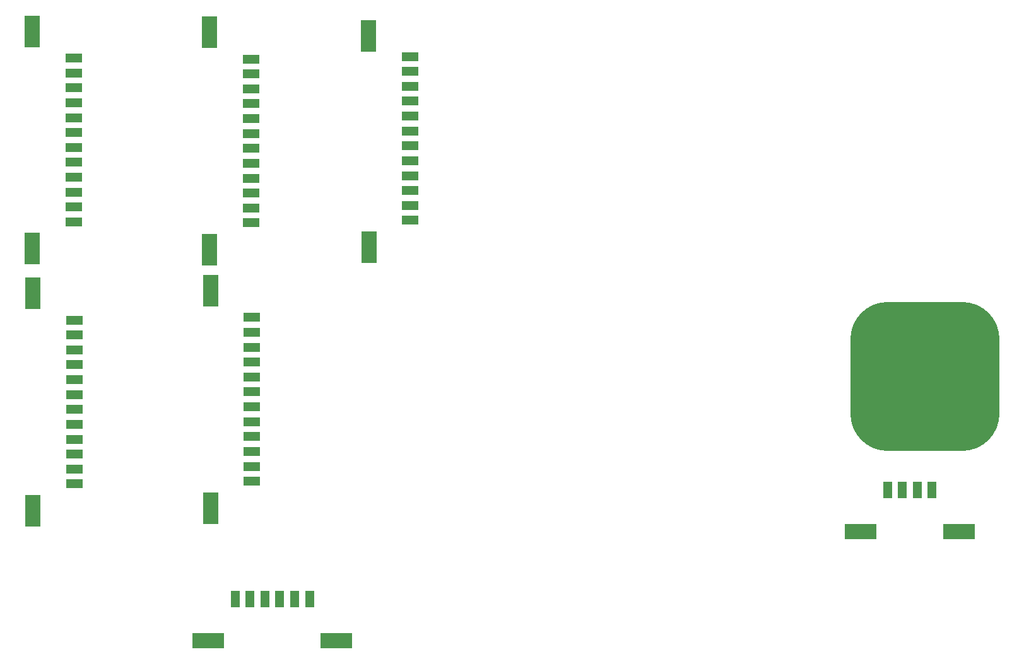
<source format=gbr>
%TF.GenerationSoftware,KiCad,Pcbnew,(6.0.2)*%
%TF.CreationDate,2022-08-09T19:55:16+09:00*%
%TF.ProjectId,dash,64617368-2e6b-4696-9361-645f70636258,rev?*%
%TF.SameCoordinates,Original*%
%TF.FileFunction,Paste,Top*%
%TF.FilePolarity,Positive*%
%FSLAX46Y46*%
G04 Gerber Fmt 4.6, Leading zero omitted, Abs format (unit mm)*
G04 Created by KiCad (PCBNEW (6.0.2)) date 2022-08-09 19:55:16*
%MOMM*%
%LPD*%
G01*
G04 APERTURE LIST*
G04 Aperture macros list*
%AMRoundRect*
0 Rectangle with rounded corners*
0 $1 Rounding radius*
0 $2 $3 $4 $5 $6 $7 $8 $9 X,Y pos of 4 corners*
0 Add a 4 corners polygon primitive as box body*
4,1,4,$2,$3,$4,$5,$6,$7,$8,$9,$2,$3,0*
0 Add four circle primitives for the rounded corners*
1,1,$1+$1,$2,$3*
1,1,$1+$1,$4,$5*
1,1,$1+$1,$6,$7*
1,1,$1+$1,$8,$9*
0 Add four rect primitives between the rounded corners*
20,1,$1+$1,$2,$3,$4,$5,0*
20,1,$1+$1,$4,$5,$6,$7,0*
20,1,$1+$1,$6,$7,$8,$9,0*
20,1,$1+$1,$8,$9,$2,$3,0*%
G04 Aperture macros list end*
%ADD10R,2.057400X4.241800*%
%ADD11R,2.260600X1.244600*%
%ADD12RoundRect,5.000000X-5.000000X-5.000000X5.000000X-5.000000X5.000000X5.000000X-5.000000X5.000000X0*%
%ADD13R,4.241800X2.057400*%
%ADD14R,1.244600X2.260600*%
G04 APERTURE END LIST*
D10*
%TO.C,J3*%
X155719850Y-131280000D03*
X155711850Y-102913200D03*
D11*
X161299850Y-105680000D03*
X161299850Y-107680000D03*
X161299850Y-109680000D03*
X161299850Y-111680000D03*
X161299850Y-113680000D03*
X161299850Y-115680000D03*
X161299850Y-117680000D03*
X161299850Y-119680000D03*
X161299850Y-121680000D03*
X161299850Y-123680000D03*
X161299850Y-125680000D03*
X161299850Y-127680000D03*
%TD*%
D12*
%TO.C,REF\u002A\u002A*%
X230390000Y-148640000D03*
%TD*%
D13*
%TO.C,J4*%
X151370000Y-184094750D03*
X134170000Y-184094750D03*
D14*
X137770000Y-178514750D03*
X139770000Y-178514750D03*
X141770000Y-178514750D03*
X143770000Y-178514750D03*
X145770000Y-178514750D03*
X147770000Y-178514750D03*
%TD*%
D10*
%TO.C,J6*%
X110669850Y-166670000D03*
X110669850Y-137470000D03*
D11*
X116249850Y-141070000D03*
X116249850Y-143070000D03*
X116249850Y-145070000D03*
X116249850Y-147070000D03*
X116249850Y-149070000D03*
X116249850Y-151070000D03*
X116249850Y-153070000D03*
X116249850Y-155070000D03*
X116249850Y-157070000D03*
X116249850Y-159070000D03*
X116249850Y-161070000D03*
X116249850Y-163070000D03*
%TD*%
D10*
%TO.C,J1*%
X134309850Y-131620000D03*
X134309850Y-102420000D03*
D11*
X139889850Y-106020000D03*
X139889850Y-108020000D03*
X139889850Y-110020000D03*
X139889850Y-112020000D03*
X139889850Y-114020000D03*
X139889850Y-116020000D03*
X139889850Y-118020000D03*
X139889850Y-120020000D03*
X139889850Y-122020000D03*
X139889850Y-124020000D03*
X139889850Y-126020000D03*
X139889850Y-128020000D03*
%TD*%
D10*
%TO.C,J5*%
X110529850Y-102290000D03*
X110529850Y-131490000D03*
D11*
X116109850Y-105890000D03*
X116109850Y-107890000D03*
X116109850Y-109890000D03*
X116109850Y-111890000D03*
X116109850Y-113890000D03*
X116109850Y-115890000D03*
X116109850Y-117890000D03*
X116109850Y-119890000D03*
X116109850Y-121890000D03*
X116109850Y-123890000D03*
X116109850Y-125890000D03*
X116109850Y-127890000D03*
%TD*%
D10*
%TO.C,J2*%
X134469850Y-166310000D03*
X134469850Y-137110000D03*
D11*
X140049850Y-140710000D03*
X140049850Y-142710000D03*
X140049850Y-144710000D03*
X140049850Y-146710000D03*
X140049850Y-148710000D03*
X140049850Y-150710000D03*
X140049850Y-152710000D03*
X140049850Y-154710000D03*
X140049850Y-156710000D03*
X140049850Y-158710000D03*
X140049850Y-160710000D03*
X140049850Y-162710000D03*
%TD*%
D13*
%TO.C,REF\u002A\u002A*%
X221714800Y-169448400D03*
X234914800Y-169448400D03*
D14*
X225314800Y-163868400D03*
X227314800Y-163868400D03*
X229314800Y-163868400D03*
X231314800Y-163868400D03*
%TD*%
M02*

</source>
